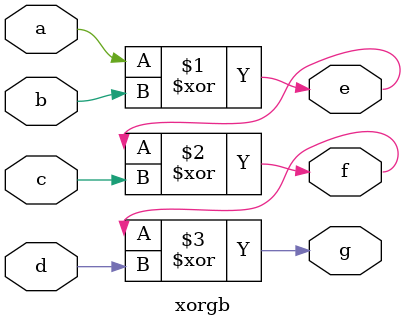
<source format=v>
`timescale 1ns / 1ps

module xorga(
    input a, b, c, d,
    output e
    );
    assign e = a^b^c^d;
endmodule

module xorgb(
    input a, b, c, d,
    output e, f, g
    );
    assign e = a^b;
    assign f = e^c;
    assign g = f^d;
endmodule
</source>
